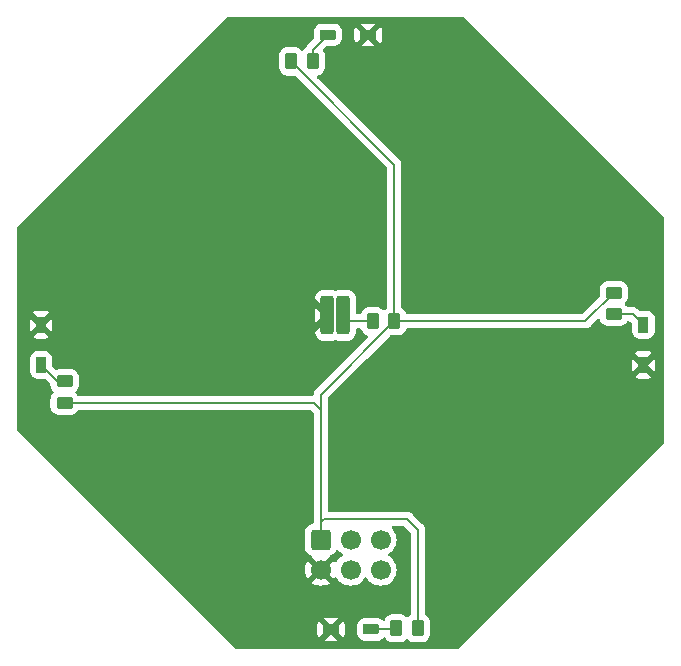
<source format=gbr>
%TF.GenerationSoftware,KiCad,Pcbnew,8.0.5-8.0.5-0~ubuntu22.04.1*%
%TF.CreationDate,2024-10-15T22:57:18-04:00*%
%TF.ProjectId,eclipse_sao_v1,65636c69-7073-4655-9f73-616f5f76312e,rev?*%
%TF.SameCoordinates,Original*%
%TF.FileFunction,Copper,L2,Bot*%
%TF.FilePolarity,Positive*%
%FSLAX46Y46*%
G04 Gerber Fmt 4.6, Leading zero omitted, Abs format (unit mm)*
G04 Created by KiCad (PCBNEW 8.0.5-8.0.5-0~ubuntu22.04.1) date 2024-10-15 22:57:18*
%MOMM*%
%LPD*%
G01*
G04 APERTURE LIST*
G04 Aperture macros list*
%AMRoundRect*
0 Rectangle with rounded corners*
0 $1 Rounding radius*
0 $2 $3 $4 $5 $6 $7 $8 $9 X,Y pos of 4 corners*
0 Add a 4 corners polygon primitive as box body*
4,1,4,$2,$3,$4,$5,$6,$7,$8,$9,$2,$3,0*
0 Add four circle primitives for the rounded corners*
1,1,$1+$1,$2,$3*
1,1,$1+$1,$4,$5*
1,1,$1+$1,$6,$7*
1,1,$1+$1,$8,$9*
0 Add four rect primitives between the rounded corners*
20,1,$1+$1,$2,$3,$4,$5,0*
20,1,$1+$1,$4,$5,$6,$7,0*
20,1,$1+$1,$6,$7,$8,$9,0*
20,1,$1+$1,$8,$9,$2,$3,0*%
G04 Aperture macros list end*
%TA.AperFunction,SMDPad,CuDef*%
%ADD10RoundRect,0.287500X0.287500X1.362500X-0.287500X1.362500X-0.287500X-1.362500X0.287500X-1.362500X0*%
%TD*%
%TA.AperFunction,SMDPad,CuDef*%
%ADD11RoundRect,0.225000X0.475000X0.225000X-0.475000X0.225000X-0.475000X-0.225000X0.475000X-0.225000X0*%
%TD*%
%TA.AperFunction,SMDPad,CuDef*%
%ADD12RoundRect,0.225000X-0.475000X-0.225000X0.475000X-0.225000X0.475000X0.225000X-0.475000X0.225000X0*%
%TD*%
%TA.AperFunction,SMDPad,CuDef*%
%ADD13RoundRect,0.250000X-0.262500X-0.450000X0.262500X-0.450000X0.262500X0.450000X-0.262500X0.450000X0*%
%TD*%
%TA.AperFunction,SMDPad,CuDef*%
%ADD14RoundRect,0.225000X0.225000X-0.475000X0.225000X0.475000X-0.225000X0.475000X-0.225000X-0.475000X0*%
%TD*%
%TA.AperFunction,SMDPad,CuDef*%
%ADD15RoundRect,0.250000X-0.450000X0.262500X-0.450000X-0.262500X0.450000X-0.262500X0.450000X0.262500X0*%
%TD*%
%TA.AperFunction,SMDPad,CuDef*%
%ADD16RoundRect,0.250000X0.262500X0.450000X-0.262500X0.450000X-0.262500X-0.450000X0.262500X-0.450000X0*%
%TD*%
%TA.AperFunction,SMDPad,CuDef*%
%ADD17RoundRect,0.225000X-0.225000X0.475000X-0.225000X-0.475000X0.225000X-0.475000X0.225000X0.475000X0*%
%TD*%
%TA.AperFunction,ComponentPad*%
%ADD18RoundRect,0.250000X-0.600000X0.600000X-0.600000X-0.600000X0.600000X-0.600000X0.600000X0.600000X0*%
%TD*%
%TA.AperFunction,ComponentPad*%
%ADD19C,1.700000*%
%TD*%
%TA.AperFunction,SMDPad,CuDef*%
%ADD20RoundRect,0.250000X0.450000X-0.262500X0.450000X0.262500X-0.450000X0.262500X-0.450000X-0.262500X0*%
%TD*%
%TA.AperFunction,Conductor*%
%ADD21C,0.200000*%
%TD*%
G04 APERTURE END LIST*
D10*
%TO.P,D105,1,K*%
%TO.N,GND*%
X60250000Y-45500000D03*
%TO.P,D105,2,A*%
%TO.N,Net-(D105-A)*%
X61600000Y-45500000D03*
%TD*%
D11*
%TO.P,D104,1,K*%
%TO.N,GND*%
X60550000Y-72100000D03*
%TO.P,D104,2,A*%
%TO.N,Net-(D104-A)*%
X63950000Y-72100000D03*
%TD*%
D12*
%TO.P,D102,1,K*%
%TO.N,GND*%
X63700000Y-21750000D03*
%TO.P,D102,2,A*%
%TO.N,Net-(D102-A)*%
X60300000Y-21750000D03*
%TD*%
D13*
%TO.P,R102,1*%
%TO.N,+3.3V*%
X57175000Y-24000000D03*
%TO.P,R102,2*%
%TO.N,Net-(D102-A)*%
X59000000Y-24000000D03*
%TD*%
D14*
%TO.P,D101,1,K*%
%TO.N,GND*%
X36000000Y-46300000D03*
%TO.P,D101,2,A*%
%TO.N,Net-(D101-A)*%
X36000000Y-49700000D03*
%TD*%
D15*
%TO.P,R103,1*%
%TO.N,+3.3V*%
X84500000Y-43587500D03*
%TO.P,R103,2*%
%TO.N,Net-(D103-A)*%
X84500000Y-45412500D03*
%TD*%
D16*
%TO.P,R105,1*%
%TO.N,+3.3V*%
X65912500Y-46000000D03*
%TO.P,R105,2*%
%TO.N,Net-(D105-A)*%
X64087500Y-46000000D03*
%TD*%
D17*
%TO.P,D103,1,K*%
%TO.N,GND*%
X87000000Y-49700000D03*
%TO.P,D103,2,A*%
%TO.N,Net-(D103-A)*%
X87000000Y-46300000D03*
%TD*%
D18*
%TO.P,J101,1,Pin_1*%
%TO.N,+3.3V*%
X59670000Y-64500000D03*
D19*
%TO.P,J101,2,Pin_2*%
%TO.N,GND*%
X59670000Y-67040000D03*
%TO.P,J101,3,Pin_3*%
%TO.N,/SDA*%
X62210000Y-64500000D03*
%TO.P,J101,4,Pin_4*%
%TO.N,/SCL*%
X62210000Y-67040000D03*
%TO.P,J101,5,Pin_5*%
%TO.N,/SAO_GPIO1*%
X64750000Y-64500000D03*
%TO.P,J101,6,Pin_6*%
%TO.N,/SAO_GPIO2*%
X64750000Y-67040000D03*
%TD*%
D20*
%TO.P,R101,1*%
%TO.N,+3.3V*%
X38000000Y-52912500D03*
%TO.P,R101,2*%
%TO.N,Net-(D101-A)*%
X38000000Y-51087500D03*
%TD*%
D16*
%TO.P,R104,1*%
%TO.N,+3.3V*%
X67912500Y-72000000D03*
%TO.P,R104,2*%
%TO.N,Net-(D104-A)*%
X66087500Y-72000000D03*
%TD*%
D21*
%TO.N,Net-(D101-A)*%
X36000000Y-49700000D02*
X37387500Y-51087500D01*
X37387500Y-51087500D02*
X38000000Y-51087500D01*
%TO.N,Net-(D102-A)*%
X59000000Y-24000000D02*
X59000000Y-23050000D01*
X59000000Y-23050000D02*
X60300000Y-21750000D01*
%TO.N,Net-(D103-A)*%
X84500000Y-45412500D02*
X86112500Y-45412500D01*
X86112500Y-45412500D02*
X87000000Y-46300000D01*
%TO.N,Net-(D104-A)*%
X63950000Y-72100000D02*
X65987500Y-72100000D01*
X65987500Y-72100000D02*
X66087500Y-72000000D01*
%TO.N,Net-(D105-A)*%
X62100000Y-46000000D02*
X61600000Y-45500000D01*
X64087500Y-46000000D02*
X62100000Y-46000000D01*
%TO.N,+3.3V*%
X59670000Y-52242500D02*
X65912500Y-46000000D01*
X67912500Y-63662500D02*
X67000000Y-62750000D01*
X67000000Y-62750000D02*
X59920000Y-62750000D01*
X59670000Y-53500000D02*
X59670000Y-52242500D01*
X65912500Y-46000000D02*
X65912500Y-32737500D01*
X59670000Y-64500000D02*
X59670000Y-63000000D01*
X65912500Y-32737500D02*
X57175000Y-24000000D01*
X59670000Y-63000000D02*
X59670000Y-53500000D01*
X59920000Y-62750000D02*
X59670000Y-63000000D01*
X59082500Y-52912500D02*
X59670000Y-53500000D01*
X82087500Y-46000000D02*
X84500000Y-43587500D01*
X67912500Y-72000000D02*
X67912500Y-63662500D01*
X65912500Y-46000000D02*
X82087500Y-46000000D01*
X38000000Y-52912500D02*
X59082500Y-52912500D01*
%TD*%
%TA.AperFunction,Conductor*%
%TO.N,GND*%
G36*
X61130720Y-65338779D02*
G01*
X61167483Y-65367766D01*
X61167677Y-65367573D01*
X61169313Y-65369209D01*
X61170354Y-65370030D01*
X61171501Y-65371397D01*
X61338597Y-65538493D01*
X61338603Y-65538498D01*
X61524158Y-65668425D01*
X61567783Y-65723002D01*
X61574977Y-65792500D01*
X61543454Y-65854855D01*
X61524158Y-65871575D01*
X61338597Y-66001505D01*
X61171505Y-66168597D01*
X61041269Y-66354595D01*
X60986692Y-66398220D01*
X60917194Y-66405414D01*
X60854839Y-66373891D01*
X60838119Y-66354595D01*
X60784925Y-66278626D01*
X60784925Y-66278625D01*
X60152962Y-66910589D01*
X60135925Y-66847007D01*
X60070099Y-66732993D01*
X59977007Y-66639901D01*
X59862993Y-66574075D01*
X59799410Y-66557037D01*
X60435789Y-65920658D01*
X60446209Y-65868808D01*
X60494823Y-65818624D01*
X60516961Y-65808796D01*
X60589334Y-65784814D01*
X60738656Y-65692712D01*
X60862712Y-65568656D01*
X60954814Y-65419334D01*
X60957662Y-65410738D01*
X60997429Y-65353294D01*
X61061944Y-65326468D01*
X61130720Y-65338779D01*
G37*
%TD.AperFunction*%
%TA.AperFunction,Conductor*%
G36*
X71765677Y-20269685D02*
G01*
X71786319Y-20286319D01*
X88713681Y-37213681D01*
X88747166Y-37275004D01*
X88750000Y-37301362D01*
X88750000Y-56198638D01*
X88730315Y-56265677D01*
X88713681Y-56286319D01*
X71286319Y-73713681D01*
X71224996Y-73747166D01*
X71198638Y-73750000D01*
X52551362Y-73750000D01*
X52484323Y-73730315D01*
X52463681Y-73713681D01*
X51793220Y-73043220D01*
X59960331Y-73043220D01*
X60026684Y-73049999D01*
X61073308Y-73049999D01*
X61073320Y-73049998D01*
X61139667Y-73043219D01*
X60550001Y-72453553D01*
X60550000Y-72453553D01*
X59960331Y-73043220D01*
X51793220Y-73043220D01*
X50576677Y-71826677D01*
X59350000Y-71826677D01*
X59350000Y-72373307D01*
X59350001Y-72373323D01*
X59360144Y-72472607D01*
X59413452Y-72633481D01*
X59413457Y-72633492D01*
X59502424Y-72777728D01*
X59502427Y-72777732D01*
X59510571Y-72785876D01*
X60196447Y-72100000D01*
X60903553Y-72100000D01*
X61589429Y-72785876D01*
X61597572Y-72777732D01*
X61597575Y-72777728D01*
X61686542Y-72633492D01*
X61686547Y-72633481D01*
X61739855Y-72472606D01*
X61749999Y-72373322D01*
X61749999Y-71826692D01*
X61749998Y-71826676D01*
X61739855Y-71727392D01*
X61686547Y-71566518D01*
X61686542Y-71566507D01*
X61597575Y-71422271D01*
X61597572Y-71422267D01*
X61589429Y-71414124D01*
X60903553Y-72100000D01*
X60196447Y-72100000D01*
X59510571Y-71414124D01*
X59502427Y-71422267D01*
X59502424Y-71422271D01*
X59413457Y-71566507D01*
X59413452Y-71566518D01*
X59360144Y-71727393D01*
X59350000Y-71826677D01*
X50576677Y-71826677D01*
X49906779Y-71156779D01*
X59960331Y-71156779D01*
X60550000Y-71746447D01*
X60550001Y-71746447D01*
X61139668Y-71156778D01*
X61073316Y-71150000D01*
X60026692Y-71150000D01*
X60026674Y-71150001D01*
X59960332Y-71156778D01*
X59960331Y-71156779D01*
X49906779Y-71156779D01*
X34036319Y-55286319D01*
X34002834Y-55224996D01*
X34000000Y-55198638D01*
X34000000Y-49176647D01*
X35049500Y-49176647D01*
X35049500Y-50223337D01*
X35049501Y-50223355D01*
X35059650Y-50322707D01*
X35059651Y-50322710D01*
X35112996Y-50483694D01*
X35113001Y-50483705D01*
X35202029Y-50628040D01*
X35202032Y-50628044D01*
X35321955Y-50747967D01*
X35321959Y-50747970D01*
X35466294Y-50836998D01*
X35466297Y-50836999D01*
X35466303Y-50837003D01*
X35627292Y-50890349D01*
X35726655Y-50900500D01*
X36273344Y-50900499D01*
X36285424Y-50899265D01*
X36354116Y-50912034D01*
X36385707Y-50934942D01*
X36763181Y-51312416D01*
X36796666Y-51373739D01*
X36799156Y-51396869D01*
X36799176Y-51396868D01*
X36799180Y-51396868D01*
X36799341Y-51396860D01*
X36799501Y-51400018D01*
X36810001Y-51502797D01*
X36810001Y-51502799D01*
X36865185Y-51669331D01*
X36865187Y-51669336D01*
X36957289Y-51818657D01*
X37050951Y-51912319D01*
X37084436Y-51973642D01*
X37079452Y-52043334D01*
X37050951Y-52087681D01*
X36957289Y-52181342D01*
X36865187Y-52330663D01*
X36865186Y-52330666D01*
X36810001Y-52497203D01*
X36810001Y-52497204D01*
X36810000Y-52497204D01*
X36799500Y-52599983D01*
X36799500Y-53225001D01*
X36799501Y-53225019D01*
X36810000Y-53327796D01*
X36810001Y-53327799D01*
X36848118Y-53442827D01*
X36865186Y-53494334D01*
X36957288Y-53643656D01*
X37081344Y-53767712D01*
X37230666Y-53859814D01*
X37397203Y-53914999D01*
X37499991Y-53925500D01*
X38500008Y-53925499D01*
X38500016Y-53925498D01*
X38500019Y-53925498D01*
X38556302Y-53919748D01*
X38602797Y-53914999D01*
X38769334Y-53859814D01*
X38918656Y-53767712D01*
X39042712Y-53643656D01*
X39086970Y-53571902D01*
X39138917Y-53525179D01*
X39192508Y-53513000D01*
X58782403Y-53513000D01*
X58849442Y-53532685D01*
X58870084Y-53549319D01*
X59033181Y-53712416D01*
X59066666Y-53773739D01*
X59069500Y-53800097D01*
X59069500Y-62913330D01*
X59069499Y-62913348D01*
X59069499Y-63032465D01*
X59049814Y-63099504D01*
X58997010Y-63145259D01*
X58958101Y-63155823D01*
X58917202Y-63160001D01*
X58917200Y-63160001D01*
X58750668Y-63215185D01*
X58750663Y-63215187D01*
X58601342Y-63307289D01*
X58477289Y-63431342D01*
X58385187Y-63580663D01*
X58385185Y-63580668D01*
X58357349Y-63664670D01*
X58330001Y-63747203D01*
X58330001Y-63747204D01*
X58330000Y-63747204D01*
X58319500Y-63849983D01*
X58319500Y-65150001D01*
X58319501Y-65150018D01*
X58330000Y-65252796D01*
X58330001Y-65252799D01*
X58369303Y-65371402D01*
X58385186Y-65419334D01*
X58477288Y-65568656D01*
X58601344Y-65692712D01*
X58750666Y-65784814D01*
X58823032Y-65808793D01*
X58880476Y-65848566D01*
X58907299Y-65913081D01*
X58907412Y-65923859D01*
X59540590Y-66557037D01*
X59477007Y-66574075D01*
X59362993Y-66639901D01*
X59269901Y-66732993D01*
X59204075Y-66847007D01*
X59187037Y-66910590D01*
X58555072Y-66278625D01*
X58496401Y-66362419D01*
X58396570Y-66576507D01*
X58396566Y-66576516D01*
X58335432Y-66804673D01*
X58335430Y-66804684D01*
X58314843Y-67039998D01*
X58314843Y-67040001D01*
X58335430Y-67275315D01*
X58335432Y-67275326D01*
X58396566Y-67503483D01*
X58396570Y-67503492D01*
X58496400Y-67717579D01*
X58496402Y-67717583D01*
X58555072Y-67801373D01*
X58555073Y-67801373D01*
X59187037Y-67169409D01*
X59204075Y-67232993D01*
X59269901Y-67347007D01*
X59362993Y-67440099D01*
X59477007Y-67505925D01*
X59540590Y-67522962D01*
X58908625Y-68154925D01*
X58992421Y-68213599D01*
X59206507Y-68313429D01*
X59206516Y-68313433D01*
X59434673Y-68374567D01*
X59434684Y-68374569D01*
X59669998Y-68395157D01*
X59670002Y-68395157D01*
X59905315Y-68374569D01*
X59905326Y-68374567D01*
X60133483Y-68313433D01*
X60133492Y-68313429D01*
X60347578Y-68213600D01*
X60347582Y-68213598D01*
X60431373Y-68154926D01*
X60431373Y-68154925D01*
X59799409Y-67522962D01*
X59862993Y-67505925D01*
X59977007Y-67440099D01*
X60070099Y-67347007D01*
X60135925Y-67232993D01*
X60152962Y-67169409D01*
X60784925Y-67801373D01*
X60838119Y-67725405D01*
X60892696Y-67681781D01*
X60962195Y-67674588D01*
X61024549Y-67706110D01*
X61041269Y-67725405D01*
X61171505Y-67911401D01*
X61338599Y-68078495D01*
X61362505Y-68095234D01*
X61532165Y-68214032D01*
X61532167Y-68214033D01*
X61532170Y-68214035D01*
X61746337Y-68313903D01*
X61974592Y-68375063D01*
X62162918Y-68391539D01*
X62209999Y-68395659D01*
X62210000Y-68395659D01*
X62210001Y-68395659D01*
X62249234Y-68392226D01*
X62445408Y-68375063D01*
X62673663Y-68313903D01*
X62887830Y-68214035D01*
X63081401Y-68078495D01*
X63248495Y-67911401D01*
X63378425Y-67725842D01*
X63433002Y-67682217D01*
X63502500Y-67675023D01*
X63564855Y-67706546D01*
X63581575Y-67725842D01*
X63711500Y-67911395D01*
X63711505Y-67911401D01*
X63878599Y-68078495D01*
X63902505Y-68095234D01*
X64072165Y-68214032D01*
X64072167Y-68214033D01*
X64072170Y-68214035D01*
X64286337Y-68313903D01*
X64514592Y-68375063D01*
X64702918Y-68391539D01*
X64749999Y-68395659D01*
X64750000Y-68395659D01*
X64750001Y-68395659D01*
X64789234Y-68392226D01*
X64985408Y-68375063D01*
X65213663Y-68313903D01*
X65427830Y-68214035D01*
X65621401Y-68078495D01*
X65788495Y-67911401D01*
X65924035Y-67717830D01*
X66023903Y-67503663D01*
X66085063Y-67275408D01*
X66105659Y-67040000D01*
X66085063Y-66804592D01*
X66023903Y-66576337D01*
X65924035Y-66362171D01*
X65918731Y-66354595D01*
X65788494Y-66168597D01*
X65621402Y-66001506D01*
X65621396Y-66001501D01*
X65435842Y-65871575D01*
X65392217Y-65816998D01*
X65385023Y-65747500D01*
X65416546Y-65685145D01*
X65435842Y-65668425D01*
X65560700Y-65580998D01*
X65621401Y-65538495D01*
X65788495Y-65371401D01*
X65924035Y-65177830D01*
X66023903Y-64963663D01*
X66085063Y-64735408D01*
X66105659Y-64500000D01*
X66085063Y-64264592D01*
X66023903Y-64036337D01*
X65924035Y-63822171D01*
X65918425Y-63814158D01*
X65788494Y-63628597D01*
X65722078Y-63562181D01*
X65688593Y-63500858D01*
X65693577Y-63431166D01*
X65735449Y-63375233D01*
X65800913Y-63350816D01*
X65809759Y-63350500D01*
X66699903Y-63350500D01*
X66766942Y-63370185D01*
X66787584Y-63386819D01*
X67275681Y-63874916D01*
X67309166Y-63936239D01*
X67312000Y-63962597D01*
X67312000Y-70807491D01*
X67292315Y-70874530D01*
X67253098Y-70913029D01*
X67181344Y-70957287D01*
X67181343Y-70957288D01*
X67087681Y-71050951D01*
X67026358Y-71084436D01*
X66956666Y-71079452D01*
X66912319Y-71050951D01*
X66818657Y-70957289D01*
X66818656Y-70957288D01*
X66669334Y-70865186D01*
X66502797Y-70810001D01*
X66502795Y-70810000D01*
X66400010Y-70799500D01*
X65774998Y-70799500D01*
X65774980Y-70799501D01*
X65672203Y-70810000D01*
X65672200Y-70810001D01*
X65505668Y-70865185D01*
X65505663Y-70865187D01*
X65356342Y-70957289D01*
X65232289Y-71081342D01*
X65140187Y-71230663D01*
X65140186Y-71230666D01*
X65131241Y-71257662D01*
X65120413Y-71290338D01*
X65080640Y-71347782D01*
X65016124Y-71374605D01*
X64947348Y-71362290D01*
X64915026Y-71339014D01*
X64878044Y-71302032D01*
X64878040Y-71302029D01*
X64733705Y-71213001D01*
X64733699Y-71212998D01*
X64733697Y-71212997D01*
X64675260Y-71193633D01*
X64572709Y-71159651D01*
X64473346Y-71149500D01*
X63426662Y-71149500D01*
X63426644Y-71149501D01*
X63327292Y-71159650D01*
X63327289Y-71159651D01*
X63166305Y-71212996D01*
X63166294Y-71213001D01*
X63021959Y-71302029D01*
X63021955Y-71302032D01*
X62902032Y-71421955D01*
X62902029Y-71421959D01*
X62813001Y-71566294D01*
X62812996Y-71566305D01*
X62759651Y-71727290D01*
X62749500Y-71826647D01*
X62749500Y-72373337D01*
X62749501Y-72373355D01*
X62759650Y-72472707D01*
X62759651Y-72472710D01*
X62812996Y-72633694D01*
X62813001Y-72633705D01*
X62902029Y-72778040D01*
X62902032Y-72778044D01*
X63021955Y-72897967D01*
X63021959Y-72897970D01*
X63166294Y-72986998D01*
X63166297Y-72986999D01*
X63166303Y-72987003D01*
X63327292Y-73040349D01*
X63426655Y-73050500D01*
X64473344Y-73050499D01*
X64473352Y-73050498D01*
X64473355Y-73050498D01*
X64549575Y-73042712D01*
X64572708Y-73040349D01*
X64733697Y-72987003D01*
X64878044Y-72897968D01*
X64978364Y-72797647D01*
X65039683Y-72764165D01*
X65109375Y-72769149D01*
X65165309Y-72811020D01*
X65171581Y-72820234D01*
X65232288Y-72918656D01*
X65356344Y-73042712D01*
X65505666Y-73134814D01*
X65672203Y-73189999D01*
X65774991Y-73200500D01*
X66400008Y-73200499D01*
X66400016Y-73200498D01*
X66400019Y-73200498D01*
X66456302Y-73194748D01*
X66502797Y-73189999D01*
X66669334Y-73134814D01*
X66818656Y-73042712D01*
X66912319Y-72949049D01*
X66973642Y-72915564D01*
X67043334Y-72920548D01*
X67087681Y-72949049D01*
X67181344Y-73042712D01*
X67330666Y-73134814D01*
X67497203Y-73189999D01*
X67599991Y-73200500D01*
X68225008Y-73200499D01*
X68225016Y-73200498D01*
X68225019Y-73200498D01*
X68281302Y-73194748D01*
X68327797Y-73189999D01*
X68494334Y-73134814D01*
X68643656Y-73042712D01*
X68767712Y-72918656D01*
X68859814Y-72769334D01*
X68914999Y-72602797D01*
X68925500Y-72500009D01*
X68925499Y-71499992D01*
X68916727Y-71414124D01*
X68914999Y-71397203D01*
X68914998Y-71397200D01*
X68895717Y-71339014D01*
X68859814Y-71230666D01*
X68767712Y-71081344D01*
X68643656Y-70957288D01*
X68643655Y-70957287D01*
X68571902Y-70913029D01*
X68525178Y-70861081D01*
X68513000Y-70807491D01*
X68513000Y-63751559D01*
X68513001Y-63751546D01*
X68513001Y-63583445D01*
X68513001Y-63583443D01*
X68472077Y-63430715D01*
X68443139Y-63380595D01*
X68393020Y-63293784D01*
X68281216Y-63181980D01*
X68281215Y-63181979D01*
X68276885Y-63177649D01*
X68276874Y-63177639D01*
X67487590Y-62388355D01*
X67487588Y-62388352D01*
X67368717Y-62269481D01*
X67368709Y-62269475D01*
X67257399Y-62205211D01*
X67257398Y-62205210D01*
X67239394Y-62194816D01*
X67231785Y-62190423D01*
X67079057Y-62149499D01*
X66920943Y-62149499D01*
X66913347Y-62149499D01*
X66913331Y-62149500D01*
X60394500Y-62149500D01*
X60327461Y-62129815D01*
X60281706Y-62077011D01*
X60270500Y-62025500D01*
X60270500Y-52542596D01*
X60290185Y-52475557D01*
X60306814Y-52454920D01*
X62022304Y-50739429D01*
X86314124Y-50739429D01*
X86322267Y-50747572D01*
X86322271Y-50747575D01*
X86466507Y-50836542D01*
X86466518Y-50836547D01*
X86627393Y-50889855D01*
X86726683Y-50899999D01*
X87273307Y-50899999D01*
X87273323Y-50899998D01*
X87372607Y-50889855D01*
X87533481Y-50836547D01*
X87533492Y-50836542D01*
X87677728Y-50747575D01*
X87677732Y-50747572D01*
X87685876Y-50739429D01*
X87000000Y-50053553D01*
X86314124Y-50739429D01*
X62022304Y-50739429D01*
X63585060Y-49176673D01*
X86050000Y-49176673D01*
X86050000Y-50223307D01*
X86050001Y-50223322D01*
X86056779Y-50289666D01*
X86056779Y-50289667D01*
X86646447Y-49700000D01*
X86646447Y-49699999D01*
X87353553Y-49699999D01*
X87353553Y-49700000D01*
X87943220Y-50289667D01*
X87949999Y-50223321D01*
X87949999Y-49176691D01*
X87949998Y-49176678D01*
X87943219Y-49110332D01*
X87353553Y-49699999D01*
X86646447Y-49699999D01*
X86056778Y-49110330D01*
X86056777Y-49110331D01*
X86050000Y-49176673D01*
X63585060Y-49176673D01*
X64101162Y-48660571D01*
X86314124Y-48660571D01*
X87000000Y-49346447D01*
X87685876Y-48660571D01*
X87677732Y-48652427D01*
X87677728Y-48652424D01*
X87533492Y-48563457D01*
X87533481Y-48563452D01*
X87372606Y-48510144D01*
X87273316Y-48500000D01*
X86726692Y-48500000D01*
X86726676Y-48500001D01*
X86627392Y-48510144D01*
X86466518Y-48563452D01*
X86466507Y-48563457D01*
X86322271Y-48652424D01*
X86322267Y-48652427D01*
X86314124Y-48660571D01*
X64101162Y-48660571D01*
X65524917Y-47236816D01*
X65586238Y-47203333D01*
X65612586Y-47200499D01*
X66225008Y-47200499D01*
X66225016Y-47200498D01*
X66225019Y-47200498D01*
X66281302Y-47194748D01*
X66327797Y-47189999D01*
X66494334Y-47134814D01*
X66643656Y-47042712D01*
X66767712Y-46918656D01*
X66859814Y-46769334D01*
X66887595Y-46685495D01*
X66927368Y-46628051D01*
X66991884Y-46601228D01*
X67005301Y-46600500D01*
X82000831Y-46600500D01*
X82000847Y-46600501D01*
X82008443Y-46600501D01*
X82166554Y-46600501D01*
X82166557Y-46600501D01*
X82319285Y-46559577D01*
X82369404Y-46530639D01*
X82456216Y-46480520D01*
X82568020Y-46368716D01*
X82568020Y-46368714D01*
X82578228Y-46358507D01*
X82578230Y-46358504D01*
X83117807Y-45818926D01*
X83179128Y-45785443D01*
X83248820Y-45790427D01*
X83304753Y-45832299D01*
X83323192Y-45867605D01*
X83365186Y-45994334D01*
X83457288Y-46143656D01*
X83581344Y-46267712D01*
X83730666Y-46359814D01*
X83897203Y-46414999D01*
X83999991Y-46425500D01*
X85000008Y-46425499D01*
X85000016Y-46425498D01*
X85000019Y-46425498D01*
X85056302Y-46419748D01*
X85102797Y-46414999D01*
X85269334Y-46359814D01*
X85418656Y-46267712D01*
X85542712Y-46143656D01*
X85586970Y-46071902D01*
X85638917Y-46025179D01*
X85692508Y-46013000D01*
X85812403Y-46013000D01*
X85879442Y-46032685D01*
X85900084Y-46049319D01*
X86013181Y-46162416D01*
X86046666Y-46223739D01*
X86049500Y-46250097D01*
X86049500Y-46823337D01*
X86049501Y-46823355D01*
X86059650Y-46922707D01*
X86059651Y-46922710D01*
X86112996Y-47083694D01*
X86113001Y-47083705D01*
X86202029Y-47228040D01*
X86202032Y-47228044D01*
X86321955Y-47347967D01*
X86321959Y-47347970D01*
X86466294Y-47436998D01*
X86466297Y-47436999D01*
X86466303Y-47437003D01*
X86627292Y-47490349D01*
X86726655Y-47500500D01*
X87273344Y-47500499D01*
X87273352Y-47500498D01*
X87273355Y-47500498D01*
X87327760Y-47494940D01*
X87372708Y-47490349D01*
X87533697Y-47437003D01*
X87678044Y-47347968D01*
X87797968Y-47228044D01*
X87887003Y-47083697D01*
X87940349Y-46922708D01*
X87950500Y-46823345D01*
X87950499Y-45776656D01*
X87940349Y-45677292D01*
X87887003Y-45516303D01*
X87886999Y-45516297D01*
X87886998Y-45516294D01*
X87797970Y-45371959D01*
X87797967Y-45371955D01*
X87678044Y-45252032D01*
X87678040Y-45252029D01*
X87533705Y-45163001D01*
X87533699Y-45162998D01*
X87533697Y-45162997D01*
X87483752Y-45146447D01*
X87372709Y-45109651D01*
X87273346Y-45099500D01*
X86726663Y-45099500D01*
X86726644Y-45099501D01*
X86714566Y-45100735D01*
X86645874Y-45087960D01*
X86614292Y-45065057D01*
X86600090Y-45050855D01*
X86600088Y-45050852D01*
X86481217Y-44931981D01*
X86481216Y-44931980D01*
X86394404Y-44881860D01*
X86394404Y-44881859D01*
X86394400Y-44881858D01*
X86344285Y-44852923D01*
X86191557Y-44811999D01*
X86033443Y-44811999D01*
X86025847Y-44811999D01*
X86025831Y-44812000D01*
X85692508Y-44812000D01*
X85625469Y-44792315D01*
X85586969Y-44753097D01*
X85552752Y-44697622D01*
X85542712Y-44681344D01*
X85449049Y-44587681D01*
X85415564Y-44526358D01*
X85420548Y-44456666D01*
X85449049Y-44412319D01*
X85542712Y-44318656D01*
X85634814Y-44169334D01*
X85689999Y-44002797D01*
X85700500Y-43900009D01*
X85700499Y-43274992D01*
X85689999Y-43172203D01*
X85634814Y-43005666D01*
X85542712Y-42856344D01*
X85418656Y-42732288D01*
X85269334Y-42640186D01*
X85102797Y-42585001D01*
X85102795Y-42585000D01*
X85000010Y-42574500D01*
X83999998Y-42574500D01*
X83999980Y-42574501D01*
X83897203Y-42585000D01*
X83897200Y-42585001D01*
X83730668Y-42640185D01*
X83730663Y-42640187D01*
X83581342Y-42732289D01*
X83457289Y-42856342D01*
X83365187Y-43005663D01*
X83365185Y-43005668D01*
X83337349Y-43089670D01*
X83310001Y-43172203D01*
X83310001Y-43172204D01*
X83310000Y-43172204D01*
X83299500Y-43274983D01*
X83299500Y-43887401D01*
X83279815Y-43954440D01*
X83263181Y-43975082D01*
X81875084Y-45363181D01*
X81813761Y-45396666D01*
X81787403Y-45399500D01*
X67005301Y-45399500D01*
X66938262Y-45379815D01*
X66892507Y-45327011D01*
X66887595Y-45314504D01*
X66859814Y-45230666D01*
X66767712Y-45081344D01*
X66643656Y-44957288D01*
X66643655Y-44957287D01*
X66571902Y-44913029D01*
X66525178Y-44861081D01*
X66513000Y-44807491D01*
X66513000Y-32826559D01*
X66513001Y-32826546D01*
X66513001Y-32658445D01*
X66513001Y-32658443D01*
X66472077Y-32505715D01*
X66448693Y-32465215D01*
X66435194Y-32441832D01*
X66435193Y-32441831D01*
X66393021Y-32368786D01*
X66393020Y-32368784D01*
X66281216Y-32256980D01*
X66281215Y-32256979D01*
X66276885Y-32252649D01*
X66276874Y-32252639D01*
X59406429Y-25382194D01*
X59372944Y-25320871D01*
X59377928Y-25251179D01*
X59419800Y-25195246D01*
X59455102Y-25176808D01*
X59581834Y-25134814D01*
X59731156Y-25042712D01*
X59855212Y-24918656D01*
X59947314Y-24769334D01*
X60002499Y-24602797D01*
X60013000Y-24500009D01*
X60012999Y-23499992D01*
X60002499Y-23397203D01*
X59947314Y-23230666D01*
X59947310Y-23230660D01*
X59947309Y-23230657D01*
X59892445Y-23141709D01*
X59874004Y-23074317D01*
X59894926Y-23007653D01*
X59910297Y-22988936D01*
X60162416Y-22736818D01*
X60223739Y-22703333D01*
X60250097Y-22700499D01*
X60823338Y-22700499D01*
X60823344Y-22700499D01*
X60823352Y-22700498D01*
X60823355Y-22700498D01*
X60894602Y-22693220D01*
X63110331Y-22693220D01*
X63176684Y-22699999D01*
X64223308Y-22699999D01*
X64223320Y-22699998D01*
X64289667Y-22693219D01*
X63700001Y-22103553D01*
X63700000Y-22103553D01*
X63110331Y-22693220D01*
X60894602Y-22693220D01*
X60894612Y-22693219D01*
X60922708Y-22690349D01*
X61083697Y-22637003D01*
X61228044Y-22547968D01*
X61347968Y-22428044D01*
X61437003Y-22283697D01*
X61490349Y-22122708D01*
X61500500Y-22023345D01*
X61500499Y-21476677D01*
X62500000Y-21476677D01*
X62500000Y-22023307D01*
X62500001Y-22023323D01*
X62510144Y-22122607D01*
X62563452Y-22283481D01*
X62563457Y-22283492D01*
X62652424Y-22427728D01*
X62652427Y-22427732D01*
X62660571Y-22435876D01*
X63346447Y-21750000D01*
X64053553Y-21750000D01*
X64739429Y-22435876D01*
X64747572Y-22427732D01*
X64747575Y-22427728D01*
X64836542Y-22283492D01*
X64836547Y-22283481D01*
X64889855Y-22122606D01*
X64899999Y-22023322D01*
X64899999Y-21476692D01*
X64899998Y-21476676D01*
X64889855Y-21377392D01*
X64836547Y-21216518D01*
X64836542Y-21216507D01*
X64747575Y-21072271D01*
X64747572Y-21072267D01*
X64739429Y-21064124D01*
X64053553Y-21750000D01*
X63346447Y-21750000D01*
X62660571Y-21064124D01*
X62652427Y-21072267D01*
X62652424Y-21072271D01*
X62563457Y-21216507D01*
X62563452Y-21216518D01*
X62510144Y-21377393D01*
X62500000Y-21476677D01*
X61500499Y-21476677D01*
X61500499Y-21476656D01*
X61490349Y-21377292D01*
X61437003Y-21216303D01*
X61436999Y-21216297D01*
X61436998Y-21216294D01*
X61347970Y-21071959D01*
X61347967Y-21071955D01*
X61228044Y-20952032D01*
X61228040Y-20952029D01*
X61083705Y-20863001D01*
X61083699Y-20862998D01*
X61083697Y-20862997D01*
X60971733Y-20825896D01*
X60922709Y-20809651D01*
X60894596Y-20806779D01*
X63110331Y-20806779D01*
X63700000Y-21396447D01*
X63700001Y-21396447D01*
X64289668Y-20806778D01*
X64223316Y-20800000D01*
X63176692Y-20800000D01*
X63176674Y-20800001D01*
X63110332Y-20806778D01*
X63110331Y-20806779D01*
X60894596Y-20806779D01*
X60823346Y-20799500D01*
X59776662Y-20799500D01*
X59776644Y-20799501D01*
X59677292Y-20809650D01*
X59677289Y-20809651D01*
X59516305Y-20862996D01*
X59516294Y-20863001D01*
X59371959Y-20952029D01*
X59371955Y-20952032D01*
X59252032Y-21071955D01*
X59252029Y-21071959D01*
X59163001Y-21216294D01*
X59162996Y-21216305D01*
X59109651Y-21377290D01*
X59099500Y-21476647D01*
X59099500Y-22023336D01*
X59099501Y-22023349D01*
X59100735Y-22035429D01*
X59087961Y-22104121D01*
X59065057Y-22135705D01*
X58631286Y-22569478D01*
X58519481Y-22681282D01*
X58519479Y-22681285D01*
X58508675Y-22699999D01*
X58474361Y-22759433D01*
X58461938Y-22780949D01*
X58440422Y-22818215D01*
X58437314Y-22825721D01*
X58434089Y-22824385D01*
X58405812Y-22870410D01*
X58387824Y-22883901D01*
X58268842Y-22957289D01*
X58175181Y-23050951D01*
X58113858Y-23084436D01*
X58044166Y-23079452D01*
X57999819Y-23050951D01*
X57906157Y-22957289D01*
X57906156Y-22957288D01*
X57756834Y-22865186D01*
X57590297Y-22810001D01*
X57590295Y-22810000D01*
X57487510Y-22799500D01*
X56862498Y-22799500D01*
X56862480Y-22799501D01*
X56759703Y-22810000D01*
X56759700Y-22810001D01*
X56593168Y-22865185D01*
X56593163Y-22865187D01*
X56443842Y-22957289D01*
X56319789Y-23081342D01*
X56227687Y-23230663D01*
X56227686Y-23230666D01*
X56172501Y-23397203D01*
X56172501Y-23397204D01*
X56172500Y-23397204D01*
X56162000Y-23499983D01*
X56162000Y-24500001D01*
X56162001Y-24500019D01*
X56172500Y-24602796D01*
X56172501Y-24602799D01*
X56205128Y-24701260D01*
X56227686Y-24769334D01*
X56319788Y-24918656D01*
X56443844Y-25042712D01*
X56593166Y-25134814D01*
X56759703Y-25189999D01*
X56862491Y-25200500D01*
X57474902Y-25200499D01*
X57541941Y-25220183D01*
X57562583Y-25236818D01*
X65275681Y-32949916D01*
X65309166Y-33011239D01*
X65312000Y-33037597D01*
X65312000Y-44807491D01*
X65292315Y-44874530D01*
X65253098Y-44913029D01*
X65181344Y-44957287D01*
X65181343Y-44957288D01*
X65087681Y-45050951D01*
X65026358Y-45084436D01*
X64956666Y-45079452D01*
X64912319Y-45050951D01*
X64818657Y-44957289D01*
X64818656Y-44957288D01*
X64696367Y-44881860D01*
X64669336Y-44865187D01*
X64669331Y-44865185D01*
X64656946Y-44861081D01*
X64502797Y-44810001D01*
X64502795Y-44810000D01*
X64400010Y-44799500D01*
X63774998Y-44799500D01*
X63774980Y-44799501D01*
X63672203Y-44810000D01*
X63672200Y-44810001D01*
X63505668Y-44865185D01*
X63505663Y-44865187D01*
X63356342Y-44957289D01*
X63232289Y-45081342D01*
X63140187Y-45230663D01*
X63140185Y-45230668D01*
X63112405Y-45314504D01*
X63072632Y-45371949D01*
X63008116Y-45398772D01*
X62994699Y-45399500D01*
X62799500Y-45399500D01*
X62732461Y-45379815D01*
X62686706Y-45327011D01*
X62675500Y-45275500D01*
X62675500Y-44093245D01*
X62675499Y-44093241D01*
X62660605Y-43961049D01*
X62660604Y-43961045D01*
X62651550Y-43935171D01*
X62601956Y-43793436D01*
X62507481Y-43643081D01*
X62381919Y-43517519D01*
X62381918Y-43517518D01*
X62231565Y-43423044D01*
X62063954Y-43364395D01*
X62063950Y-43364394D01*
X61931758Y-43349500D01*
X61931752Y-43349500D01*
X61268248Y-43349500D01*
X61268241Y-43349500D01*
X61136049Y-43364394D01*
X61136044Y-43364395D01*
X60965197Y-43424177D01*
X60895418Y-43427738D01*
X60883288Y-43424177D01*
X60713843Y-43364885D01*
X60713838Y-43364884D01*
X60581732Y-43350000D01*
X59918267Y-43350000D01*
X59786161Y-43364884D01*
X59786156Y-43364885D01*
X59618654Y-43423497D01*
X59468394Y-43517912D01*
X59342912Y-43643394D01*
X59248496Y-43793655D01*
X59189884Y-43961161D01*
X59177209Y-44073656D01*
X59177210Y-44073658D01*
X60250000Y-45146447D01*
X60488181Y-45384628D01*
X60521666Y-45445951D01*
X60524500Y-45472309D01*
X60524500Y-45527690D01*
X60504815Y-45594729D01*
X60488181Y-45615371D01*
X59177210Y-46926340D01*
X59177209Y-46926342D01*
X59189884Y-47038840D01*
X59248497Y-47206345D01*
X59342912Y-47356605D01*
X59468394Y-47482087D01*
X59618654Y-47576502D01*
X59786156Y-47635114D01*
X59786161Y-47635115D01*
X59918267Y-47649999D01*
X59918271Y-47650000D01*
X60581729Y-47650000D01*
X60581732Y-47649999D01*
X60713838Y-47635115D01*
X60713848Y-47635113D01*
X60883285Y-47575823D01*
X60953064Y-47572260D01*
X60965195Y-47575822D01*
X60968436Y-47576956D01*
X61136044Y-47635604D01*
X61136045Y-47635604D01*
X61136049Y-47635605D01*
X61225133Y-47645642D01*
X61268242Y-47650499D01*
X61268245Y-47650500D01*
X61268248Y-47650500D01*
X61931755Y-47650500D01*
X61931756Y-47650499D01*
X61997854Y-47643052D01*
X62063950Y-47635605D01*
X62063952Y-47635604D01*
X62063956Y-47635604D01*
X62231564Y-47576956D01*
X62381919Y-47482481D01*
X62507481Y-47356919D01*
X62601956Y-47206564D01*
X62660604Y-47038956D01*
X62675500Y-46906752D01*
X62675500Y-46724500D01*
X62695185Y-46657461D01*
X62747989Y-46611706D01*
X62799500Y-46600500D01*
X62994699Y-46600500D01*
X63061738Y-46620185D01*
X63107493Y-46672989D01*
X63112403Y-46685492D01*
X63140186Y-46769334D01*
X63232288Y-46918656D01*
X63356344Y-47042712D01*
X63505666Y-47134814D01*
X63632394Y-47176807D01*
X63689837Y-47216578D01*
X63716661Y-47281094D01*
X63704346Y-47349870D01*
X63681070Y-47382193D01*
X59301286Y-51761978D01*
X59189481Y-51873782D01*
X59189480Y-51873784D01*
X59153211Y-51936604D01*
X59110423Y-52010715D01*
X59069499Y-52163443D01*
X59069499Y-52163445D01*
X59069499Y-52188000D01*
X59049814Y-52255039D01*
X58997010Y-52300794D01*
X58945499Y-52312000D01*
X39192508Y-52312000D01*
X39125469Y-52292315D01*
X39086969Y-52253097D01*
X39046817Y-52188000D01*
X39042712Y-52181344D01*
X38949049Y-52087681D01*
X38915564Y-52026358D01*
X38920548Y-51956666D01*
X38949049Y-51912319D01*
X38987586Y-51873782D01*
X39042712Y-51818656D01*
X39134814Y-51669334D01*
X39189999Y-51502797D01*
X39200500Y-51400009D01*
X39200499Y-50774992D01*
X39198994Y-50760263D01*
X39189999Y-50672203D01*
X39189998Y-50672200D01*
X39175365Y-50628040D01*
X39134814Y-50505666D01*
X39042712Y-50356344D01*
X38918656Y-50232288D01*
X38769334Y-50140186D01*
X38602797Y-50085001D01*
X38602795Y-50085000D01*
X38500010Y-50074500D01*
X37499998Y-50074500D01*
X37499980Y-50074501D01*
X37397203Y-50085000D01*
X37397199Y-50085001D01*
X37347399Y-50101504D01*
X37277570Y-50103906D01*
X37220714Y-50071479D01*
X36986818Y-49837583D01*
X36953333Y-49776260D01*
X36950499Y-49749902D01*
X36950499Y-49176662D01*
X36950498Y-49176644D01*
X36940349Y-49077292D01*
X36940348Y-49077289D01*
X36887003Y-48916303D01*
X36886999Y-48916297D01*
X36886998Y-48916294D01*
X36797970Y-48771959D01*
X36797967Y-48771955D01*
X36678044Y-48652032D01*
X36678040Y-48652029D01*
X36533705Y-48563001D01*
X36533699Y-48562998D01*
X36533697Y-48562997D01*
X36533694Y-48562996D01*
X36372709Y-48509651D01*
X36273346Y-48499500D01*
X35726662Y-48499500D01*
X35726644Y-48499501D01*
X35627292Y-48509650D01*
X35627289Y-48509651D01*
X35466305Y-48562996D01*
X35466294Y-48563001D01*
X35321959Y-48652029D01*
X35321955Y-48652032D01*
X35202032Y-48771955D01*
X35202029Y-48771959D01*
X35113001Y-48916294D01*
X35112996Y-48916305D01*
X35059651Y-49077290D01*
X35049500Y-49176647D01*
X34000000Y-49176647D01*
X34000000Y-47339429D01*
X35314124Y-47339429D01*
X35322267Y-47347572D01*
X35322271Y-47347575D01*
X35466507Y-47436542D01*
X35466518Y-47436547D01*
X35627393Y-47489855D01*
X35726683Y-47499999D01*
X36273307Y-47499999D01*
X36273323Y-47499998D01*
X36372607Y-47489855D01*
X36533481Y-47436547D01*
X36533492Y-47436542D01*
X36677728Y-47347575D01*
X36677732Y-47347572D01*
X36685876Y-47339429D01*
X36000000Y-46653553D01*
X35314124Y-47339429D01*
X34000000Y-47339429D01*
X34000000Y-45776673D01*
X35050000Y-45776673D01*
X35050000Y-46823307D01*
X35050001Y-46823322D01*
X35056779Y-46889666D01*
X35056779Y-46889667D01*
X35646447Y-46300000D01*
X35646447Y-46299999D01*
X36353553Y-46299999D01*
X36353553Y-46300000D01*
X36943220Y-46889667D01*
X36949999Y-46823321D01*
X36949999Y-46221447D01*
X59175000Y-46221447D01*
X59896447Y-45500000D01*
X59896447Y-45499999D01*
X59175000Y-44778552D01*
X59175000Y-46221447D01*
X36949999Y-46221447D01*
X36949999Y-45776691D01*
X36949998Y-45776678D01*
X36943219Y-45710332D01*
X36353553Y-46299999D01*
X35646447Y-46299999D01*
X35056778Y-45710330D01*
X35056777Y-45710331D01*
X35050000Y-45776673D01*
X34000000Y-45776673D01*
X34000000Y-45260571D01*
X35314124Y-45260571D01*
X36000000Y-45946447D01*
X36685876Y-45260571D01*
X36677732Y-45252427D01*
X36677728Y-45252424D01*
X36533492Y-45163457D01*
X36533481Y-45163452D01*
X36372606Y-45110144D01*
X36273316Y-45100000D01*
X35726692Y-45100000D01*
X35726676Y-45100001D01*
X35627392Y-45110144D01*
X35466518Y-45163452D01*
X35466507Y-45163457D01*
X35322271Y-45252424D01*
X35322267Y-45252427D01*
X35314124Y-45260571D01*
X34000000Y-45260571D01*
X34000000Y-38051362D01*
X34019685Y-37984323D01*
X34036319Y-37963681D01*
X51713681Y-20286319D01*
X51775004Y-20252834D01*
X51801362Y-20250000D01*
X71698638Y-20250000D01*
X71765677Y-20269685D01*
G37*
%TD.AperFunction*%
%TD*%
M02*

</source>
